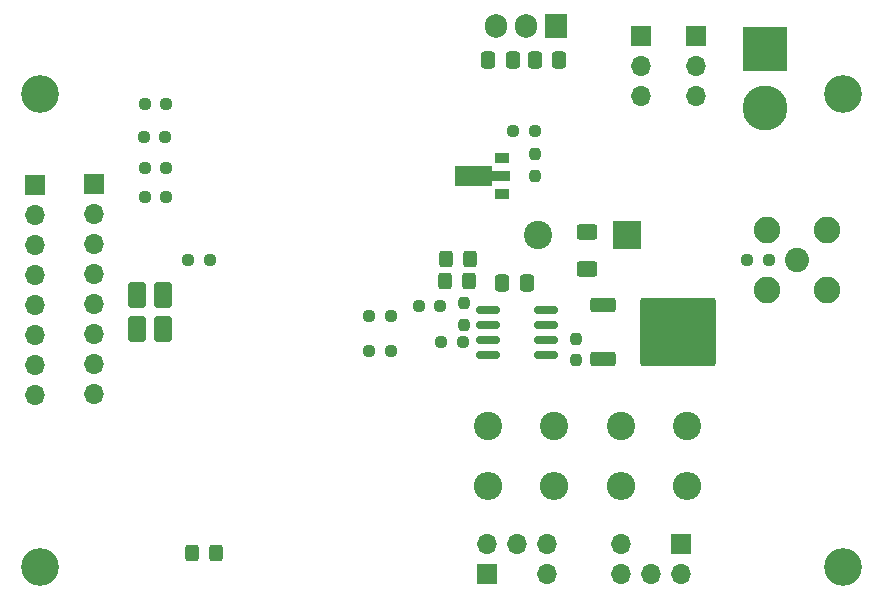
<source format=gbr>
%TF.GenerationSoftware,KiCad,Pcbnew,7.0.1*%
%TF.CreationDate,2023-04-14T11:05:38+02:00*%
%TF.ProjectId,dual-cam-pcb,6475616c-2d63-4616-9d2d-7063622e6b69,rev?*%
%TF.SameCoordinates,Original*%
%TF.FileFunction,Soldermask,Bot*%
%TF.FilePolarity,Negative*%
%FSLAX46Y46*%
G04 Gerber Fmt 4.6, Leading zero omitted, Abs format (unit mm)*
G04 Created by KiCad (PCBNEW 7.0.1) date 2023-04-14 11:05:38*
%MOMM*%
%LPD*%
G01*
G04 APERTURE LIST*
G04 Aperture macros list*
%AMRoundRect*
0 Rectangle with rounded corners*
0 $1 Rounding radius*
0 $2 $3 $4 $5 $6 $7 $8 $9 X,Y pos of 4 corners*
0 Add a 4 corners polygon primitive as box body*
4,1,4,$2,$3,$4,$5,$6,$7,$8,$9,$2,$3,0*
0 Add four circle primitives for the rounded corners*
1,1,$1+$1,$2,$3*
1,1,$1+$1,$4,$5*
1,1,$1+$1,$6,$7*
1,1,$1+$1,$8,$9*
0 Add four rect primitives between the rounded corners*
20,1,$1+$1,$2,$3,$4,$5,0*
20,1,$1+$1,$4,$5,$6,$7,0*
20,1,$1+$1,$6,$7,$8,$9,0*
20,1,$1+$1,$8,$9,$2,$3,0*%
%AMFreePoly0*
4,1,9,3.862500,-0.866500,0.737500,-0.866500,0.737500,-0.450000,-0.737500,-0.450000,-0.737500,0.450000,0.737500,0.450000,0.737500,0.866500,3.862500,0.866500,3.862500,-0.866500,3.862500,-0.866500,$1*%
G04 Aperture macros list end*
%ADD10C,2.400000*%
%ADD11O,2.400000X2.400000*%
%ADD12C,2.050000*%
%ADD13C,2.250000*%
%ADD14C,3.200000*%
%ADD15R,1.700000X1.700000*%
%ADD16O,1.700000X1.700000*%
%ADD17R,1.905000X2.000000*%
%ADD18O,1.905000X2.000000*%
%ADD19R,3.800000X3.800000*%
%ADD20C,3.800000*%
%ADD21R,2.400000X2.400000*%
%ADD22RoundRect,0.237500X-0.237500X0.250000X-0.237500X-0.250000X0.237500X-0.250000X0.237500X0.250000X0*%
%ADD23RoundRect,0.250000X0.325000X0.450000X-0.325000X0.450000X-0.325000X-0.450000X0.325000X-0.450000X0*%
%ADD24RoundRect,0.237500X0.250000X0.237500X-0.250000X0.237500X-0.250000X-0.237500X0.250000X-0.237500X0*%
%ADD25RoundRect,0.237500X-0.250000X-0.237500X0.250000X-0.237500X0.250000X0.237500X-0.250000X0.237500X0*%
%ADD26RoundRect,0.250000X-0.625000X0.400000X-0.625000X-0.400000X0.625000X-0.400000X0.625000X0.400000X0*%
%ADD27R,1.300000X0.900000*%
%ADD28FreePoly0,180.000000*%
%ADD29RoundRect,0.250000X-0.325000X-0.450000X0.325000X-0.450000X0.325000X0.450000X-0.325000X0.450000X0*%
%ADD30RoundRect,0.250000X0.337500X0.475000X-0.337500X0.475000X-0.337500X-0.475000X0.337500X-0.475000X0*%
%ADD31RoundRect,0.237500X0.237500X-0.250000X0.237500X0.250000X-0.237500X0.250000X-0.237500X-0.250000X0*%
%ADD32RoundRect,0.150000X-0.825000X-0.150000X0.825000X-0.150000X0.825000X0.150000X-0.825000X0.150000X0*%
%ADD33RoundRect,0.250000X-0.500000X0.850000X-0.500000X-0.850000X0.500000X-0.850000X0.500000X0.850000X0*%
%ADD34RoundRect,0.250000X-0.850000X-0.350000X0.850000X-0.350000X0.850000X0.350000X-0.850000X0.350000X0*%
%ADD35RoundRect,0.249997X-2.950003X-2.650003X2.950003X-2.650003X2.950003X2.650003X-2.950003X2.650003X0*%
G04 APERTURE END LIST*
D10*
%TO.C,R14*%
X132720000Y-92200000D03*
D11*
X132720000Y-97280000D03*
%TD*%
D12*
%TO.C,J3*%
X142000000Y-78100000D03*
D13*
X139460000Y-80640000D03*
X144540000Y-80640000D03*
X139460000Y-75560000D03*
X144540000Y-75560000D03*
%TD*%
D14*
%TO.C,REF\u002A\u002A*%
X145900000Y-64100000D03*
%TD*%
D10*
%TO.C,R16*%
X121440000Y-92200000D03*
D11*
X121440000Y-97280000D03*
%TD*%
D10*
%TO.C,R15*%
X127080000Y-92200000D03*
D11*
X127080000Y-97280000D03*
%TD*%
D15*
%TO.C,J2*%
X77500000Y-71780000D03*
D16*
X77500000Y-74320000D03*
X77500000Y-76860000D03*
X77500000Y-79400000D03*
X77500000Y-81940000D03*
X77500000Y-84480000D03*
X77500000Y-87020000D03*
X77500000Y-89560000D03*
%TD*%
D15*
%TO.C,J4*%
X132200000Y-102200000D03*
D16*
X132200000Y-104740000D03*
X129660000Y-104740000D03*
X127120000Y-102200000D03*
X127120000Y-104740000D03*
%TD*%
D17*
%TO.C,U4*%
X121580000Y-58300000D03*
D18*
X119040000Y-58300000D03*
X116500000Y-58300000D03*
%TD*%
D15*
%TO.C,J5*%
X115775000Y-104740000D03*
D16*
X115775000Y-102200000D03*
X118315000Y-102200000D03*
X120855000Y-104740000D03*
X120855000Y-102200000D03*
%TD*%
D19*
%TO.C,J8*%
X139250000Y-60250000D03*
D20*
X139250000Y-65250000D03*
%TD*%
D21*
%TO.C,C3*%
X127600000Y-76000000D03*
D10*
X120100000Y-76000000D03*
%TD*%
D14*
%TO.C,REF\u002A\u002A*%
X77900000Y-104100000D03*
%TD*%
D15*
%TO.C,J7*%
X133450000Y-59120000D03*
D16*
X133450000Y-61660000D03*
X133450000Y-64200000D03*
%TD*%
D14*
%TO.C,REF\u002A\u002A*%
X145900000Y-104100000D03*
%TD*%
D10*
%TO.C,R17*%
X115800000Y-92200000D03*
D11*
X115800000Y-97280000D03*
%TD*%
D15*
%TO.C,J6*%
X128800000Y-59120000D03*
D16*
X128800000Y-61660000D03*
X128800000Y-64200000D03*
%TD*%
D14*
%TO.C,REF\u002A\u002A*%
X77900000Y-64100000D03*
%TD*%
D15*
%TO.C,J1*%
X82500000Y-71700000D03*
D16*
X82500000Y-74240000D03*
X82500000Y-76780000D03*
X82500000Y-79320000D03*
X82500000Y-81860000D03*
X82500000Y-84400000D03*
X82500000Y-86940000D03*
X82500000Y-89480000D03*
%TD*%
D22*
%TO.C,R11*%
X123300000Y-84787500D03*
X123300000Y-86612500D03*
%TD*%
D23*
%TO.C,D4*%
X114325000Y-78000000D03*
X112275000Y-78000000D03*
%TD*%
D24*
%TO.C,R19*%
X107612500Y-85800000D03*
X105787500Y-85800000D03*
%TD*%
D25*
%TO.C,R6*%
X111887500Y-85100000D03*
X113712500Y-85100000D03*
%TD*%
D26*
%TO.C,R12*%
X124200000Y-75750000D03*
X124200000Y-78850000D03*
%TD*%
D27*
%TO.C,U3*%
X117050000Y-69500000D03*
D28*
X116962500Y-71000000D03*
D27*
X117050000Y-72500000D03*
%TD*%
D25*
%TO.C,R2*%
X86687500Y-67700000D03*
X88512500Y-67700000D03*
%TD*%
D29*
%TO.C,D5*%
X90775000Y-102900000D03*
X92825000Y-102900000D03*
%TD*%
D23*
%TO.C,D3*%
X114225000Y-79900000D03*
X112175000Y-79900000D03*
%TD*%
D25*
%TO.C,R7*%
X109987500Y-82000000D03*
X111812500Y-82000000D03*
%TD*%
D30*
%TO.C,C7*%
X117920000Y-61160000D03*
X115845000Y-61160000D03*
%TD*%
D24*
%TO.C,R3*%
X88612500Y-72800000D03*
X86787500Y-72800000D03*
%TD*%
D31*
%TO.C,R8*%
X113800000Y-83600000D03*
X113800000Y-81775000D03*
%TD*%
D22*
%TO.C,R10*%
X119800000Y-69187500D03*
X119800000Y-71012500D03*
%TD*%
D32*
%TO.C,U2*%
X115800000Y-86140000D03*
X115800000Y-84870000D03*
X115800000Y-83600000D03*
X115800000Y-82330000D03*
X120750000Y-82330000D03*
X120750000Y-83600000D03*
X120750000Y-84870000D03*
X120750000Y-86140000D03*
%TD*%
D33*
%TO.C,D2*%
X88300000Y-81100000D03*
X88300000Y-84000000D03*
%TD*%
D34*
%TO.C,Q1*%
X125600000Y-86480000D03*
D35*
X131900000Y-84200000D03*
D34*
X125600000Y-81920000D03*
%TD*%
D25*
%TO.C,R13*%
X137785000Y-78130000D03*
X139610000Y-78130000D03*
%TD*%
%TO.C,R5*%
X86787500Y-70300000D03*
X88612500Y-70300000D03*
%TD*%
D33*
%TO.C,D1*%
X86100000Y-81100000D03*
X86100000Y-84000000D03*
%TD*%
D30*
%TO.C,C1*%
X119100000Y-80100000D03*
X117025000Y-80100000D03*
%TD*%
D24*
%TO.C,R18*%
X107612500Y-82900000D03*
X105787500Y-82900000D03*
%TD*%
D25*
%TO.C,R1*%
X90437500Y-78100000D03*
X92262500Y-78100000D03*
%TD*%
D30*
%TO.C,C2*%
X121857500Y-61160000D03*
X119782500Y-61160000D03*
%TD*%
D24*
%TO.C,R4*%
X88612500Y-64900000D03*
X86787500Y-64900000D03*
%TD*%
%TO.C,R9*%
X119812500Y-67200000D03*
X117987500Y-67200000D03*
%TD*%
M02*

</source>
